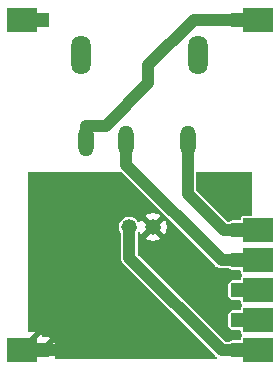
<source format=gbr>
%TF.GenerationSoftware,KiCad,Pcbnew,9.0.1+dfsg-1*%
%TF.CreationDate,2025-05-01T11:06:43+02:00*%
%TF.ProjectId,solar-and-dc-connectors,736f6c61-722d-4616-9e64-2d64632d636f,rev?*%
%TF.SameCoordinates,Original*%
%TF.FileFunction,Copper,L1,Top*%
%TF.FilePolarity,Positive*%
%FSLAX46Y46*%
G04 Gerber Fmt 4.6, Leading zero omitted, Abs format (unit mm)*
G04 Created by KiCad (PCBNEW 9.0.1+dfsg-1) date 2025-05-01 11:06:43*
%MOMM*%
%LPD*%
G01*
G04 APERTURE LIST*
G04 Aperture macros list*
%AMRoundRect*
0 Rectangle with rounded corners*
0 $1 Rounding radius*
0 $2 $3 $4 $5 $6 $7 $8 $9 X,Y pos of 4 corners*
0 Add a 4 corners polygon primitive as box body*
4,1,4,$2,$3,$4,$5,$6,$7,$8,$9,$2,$3,0*
0 Add four circle primitives for the rounded corners*
1,1,$1+$1,$2,$3*
1,1,$1+$1,$4,$5*
1,1,$1+$1,$6,$7*
1,1,$1+$1,$8,$9*
0 Add four rect primitives between the rounded corners*
20,1,$1+$1,$2,$3,$4,$5,0*
20,1,$1+$1,$4,$5,$6,$7,0*
20,1,$1+$1,$6,$7,$8,$9,0*
20,1,$1+$1,$8,$9,$2,$3,0*%
G04 Aperture macros list end*
%TA.AperFunction,ComponentPad*%
%ADD10C,1.320800*%
%TD*%
%TA.AperFunction,CastellatedPad*%
%ADD11R,2.540000X2.000000*%
%TD*%
%TA.AperFunction,ComponentPad*%
%ADD12RoundRect,0.250000X0.375000X0.375000X-0.375000X0.375000X-0.375000X-0.375000X0.375000X-0.375000X0*%
%TD*%
%TA.AperFunction,ComponentPad*%
%ADD13O,1.308000X2.616000*%
%TD*%
%TA.AperFunction,ComponentPad*%
%ADD14O,1.660000X3.320000*%
%TD*%
%TA.AperFunction,ViaPad*%
%ADD15C,0.600000*%
%TD*%
%TA.AperFunction,Conductor*%
%ADD16C,1.000000*%
%TD*%
G04 APERTURE END LIST*
D10*
%TO.P,J1,1,1*%
%TO.N,INTERNAL_SOLAR_+*%
X62484000Y-47879000D03*
%TO.P,J1,2,2*%
%TO.N,GND*%
X64484001Y-47879000D03*
%TD*%
D11*
%TO.P,M1,1*%
%TO.N,unconnected-(M1-Pad1)*%
X53373000Y-30353000D03*
D12*
X55073000Y-30353000D03*
D11*
%TO.P,M1,12,GND*%
%TO.N,GND*%
X53373000Y-58293000D03*
D12*
X55073000Y-58293000D03*
%TO.P,M1,13*%
%TO.N,DIRTY_DC_+*%
X71673000Y-30353000D03*
D11*
X73373000Y-30353000D03*
D12*
%TO.P,M1,20*%
%TO.N,DIRTY_DC_-*%
X71673000Y-48133000D03*
D11*
X73373000Y-48133000D03*
D12*
%TO.P,M1,21*%
%TO.N,DIRTY_DC_-_SENSE*%
X71673000Y-50673000D03*
D11*
X73373000Y-50673000D03*
D12*
%TO.P,M1,22*%
%TO.N,unconnected-(M1-Pad22)*%
X71673000Y-53213000D03*
D11*
X73373000Y-53213000D03*
D12*
%TO.P,M1,23*%
%TO.N,unconnected-(M1-Pad23)*%
X71673000Y-55753000D03*
D11*
X73373000Y-55753000D03*
D12*
%TO.P,M1,24*%
%TO.N,INTERNAL_SOLAR_+*%
X71673000Y-58293000D03*
D11*
X73373000Y-58293000D03*
%TD*%
D13*
%TO.P,J2,A*%
%TO.N,DIRTY_DC_+*%
X58820000Y-40574000D03*
%TO.P,J2,B*%
%TO.N,DIRTY_DC_-*%
X67420000Y-40574000D03*
%TO.P,J2,C*%
%TO.N,DIRTY_DC_-_SENSE*%
X62220000Y-40574000D03*
D14*
%TO.P,J2,SH1*%
%TO.N,N/C*%
X68320000Y-33274000D03*
%TO.P,J2,SH2*%
X58420000Y-33274000D03*
%TD*%
D15*
%TO.N,GND*%
X64970000Y-56930000D03*
X62110000Y-52880000D03*
X69800000Y-54190000D03*
X54750000Y-52690000D03*
X54940000Y-44530000D03*
X71170000Y-45000000D03*
X57920000Y-44610000D03*
X67370000Y-50360000D03*
X54860000Y-49110000D03*
X60510000Y-49260000D03*
X54670000Y-55860000D03*
%TD*%
D16*
%TO.N,INTERNAL_SOLAR_+*%
X70293000Y-58293000D02*
X71423000Y-58293000D01*
X62484000Y-50484000D02*
X70293000Y-58293000D01*
X62484000Y-47879000D02*
X62484000Y-50484000D01*
%TO.N,GND*%
X55323000Y-58293000D02*
X58547000Y-58293000D01*
X58547000Y-58293000D02*
X58674000Y-58166000D01*
%TO.N,DIRTY_DC_+*%
X64107000Y-35715000D02*
X64107000Y-34183000D01*
X64107000Y-34183000D02*
X67937000Y-30353000D01*
X60518000Y-39304000D02*
X64107000Y-35715000D01*
X58820000Y-39304000D02*
X60518000Y-39304000D01*
X67937000Y-30353000D02*
X71423000Y-30353000D01*
X58820000Y-40574000D02*
X58820000Y-39304000D01*
%TO.N,DIRTY_DC_-*%
X70503000Y-48133000D02*
X71423000Y-48133000D01*
X67420000Y-40574000D02*
X67420000Y-45050000D01*
X67420000Y-45050000D02*
X70503000Y-48133000D01*
%TO.N,DIRTY_DC_-_SENSE*%
X70293000Y-50673000D02*
X71423000Y-50673000D01*
X62220000Y-40574000D02*
X62220000Y-42600000D01*
X62220000Y-42600000D02*
X70293000Y-50673000D01*
%TD*%
%TA.AperFunction,Conductor*%
%TO.N,GND*%
G36*
X61825020Y-43199685D02*
G01*
X61845662Y-43216319D01*
X69846453Y-51217111D01*
X69846454Y-51217112D01*
X69961192Y-51293777D01*
X70088667Y-51346578D01*
X70088672Y-51346580D01*
X70088676Y-51346580D01*
X70088677Y-51346581D01*
X70224003Y-51373500D01*
X70224006Y-51373500D01*
X70224007Y-51373500D01*
X70939587Y-51373500D01*
X71006626Y-51393185D01*
X71013201Y-51397716D01*
X71085118Y-51450793D01*
X71127845Y-51465744D01*
X71213299Y-51495646D01*
X71243730Y-51498500D01*
X71243734Y-51498500D01*
X71778500Y-51498500D01*
X71845539Y-51518185D01*
X71891294Y-51570989D01*
X71902500Y-51622500D01*
X71902500Y-51692752D01*
X71914131Y-51751229D01*
X71914132Y-51751230D01*
X71958447Y-51817552D01*
X71991890Y-51839898D01*
X72036695Y-51893511D01*
X72045402Y-51962836D01*
X72015247Y-52025863D01*
X71991890Y-52046102D01*
X71958447Y-52068447D01*
X71914132Y-52134769D01*
X71914131Y-52134770D01*
X71902500Y-52193247D01*
X71902500Y-52263500D01*
X71882815Y-52330539D01*
X71830011Y-52376294D01*
X71778500Y-52387500D01*
X71243730Y-52387500D01*
X71213300Y-52390353D01*
X71213298Y-52390353D01*
X71085119Y-52435206D01*
X71085117Y-52435207D01*
X70975850Y-52515850D01*
X70895207Y-52625117D01*
X70895206Y-52625119D01*
X70850353Y-52753298D01*
X70850353Y-52753300D01*
X70847500Y-52783730D01*
X70847500Y-53642269D01*
X70850353Y-53672699D01*
X70850353Y-53672701D01*
X70895206Y-53800880D01*
X70895207Y-53800882D01*
X70975850Y-53910150D01*
X71085118Y-53990793D01*
X71127845Y-54005744D01*
X71213299Y-54035646D01*
X71243730Y-54038500D01*
X71243734Y-54038500D01*
X71778500Y-54038500D01*
X71845539Y-54058185D01*
X71891294Y-54110989D01*
X71902500Y-54162500D01*
X71902500Y-54232752D01*
X71914131Y-54291229D01*
X71914132Y-54291230D01*
X71958447Y-54357552D01*
X71991890Y-54379898D01*
X72036695Y-54433511D01*
X72045402Y-54502836D01*
X72015247Y-54565863D01*
X71991890Y-54586102D01*
X71958447Y-54608447D01*
X71914132Y-54674769D01*
X71914131Y-54674770D01*
X71902500Y-54733247D01*
X71902500Y-54803500D01*
X71882815Y-54870539D01*
X71830011Y-54916294D01*
X71778500Y-54927500D01*
X71243730Y-54927500D01*
X71213300Y-54930353D01*
X71213298Y-54930353D01*
X71085119Y-54975206D01*
X71085117Y-54975207D01*
X70975850Y-55055850D01*
X70895207Y-55165117D01*
X70895206Y-55165119D01*
X70850353Y-55293298D01*
X70850353Y-55293300D01*
X70847500Y-55323730D01*
X70847500Y-56182269D01*
X70850353Y-56212699D01*
X70850353Y-56212701D01*
X70895206Y-56340880D01*
X70895207Y-56340882D01*
X70975850Y-56450150D01*
X71085118Y-56530793D01*
X71127845Y-56545744D01*
X71213299Y-56575646D01*
X71243730Y-56578500D01*
X71243734Y-56578500D01*
X71778500Y-56578500D01*
X71845539Y-56598185D01*
X71891294Y-56650989D01*
X71902500Y-56702500D01*
X71902500Y-56772752D01*
X71914131Y-56831229D01*
X71914132Y-56831230D01*
X71958447Y-56897552D01*
X71991890Y-56919898D01*
X72036695Y-56973511D01*
X72045402Y-57042836D01*
X72015247Y-57105863D01*
X71991890Y-57126102D01*
X71958447Y-57148447D01*
X71914132Y-57214769D01*
X71914131Y-57214770D01*
X71902500Y-57273247D01*
X71902500Y-57343500D01*
X71882815Y-57410539D01*
X71830011Y-57456294D01*
X71778500Y-57467500D01*
X71243730Y-57467500D01*
X71213300Y-57470353D01*
X71213298Y-57470353D01*
X71085119Y-57515206D01*
X71085117Y-57515207D01*
X71053791Y-57538326D01*
X71013218Y-57568270D01*
X70947592Y-57592241D01*
X70939587Y-57592500D01*
X70634519Y-57592500D01*
X70567480Y-57572815D01*
X70546838Y-57556181D01*
X63220819Y-50230162D01*
X63187334Y-50168839D01*
X63184500Y-50142481D01*
X63184500Y-48417822D01*
X63189826Y-48399683D01*
X63190162Y-48380780D01*
X63203666Y-48352547D01*
X63204185Y-48350783D01*
X63205392Y-48348941D01*
X63210230Y-48341699D01*
X63263838Y-48296889D01*
X63333162Y-48288175D01*
X63396192Y-48318324D01*
X63423823Y-48354285D01*
X63491536Y-48487178D01*
X63504468Y-48504978D01*
X64077601Y-47931845D01*
X64077601Y-47932504D01*
X64105296Y-48035865D01*
X64158800Y-48128536D01*
X64234465Y-48204201D01*
X64327136Y-48257705D01*
X64430497Y-48285400D01*
X64431154Y-48285400D01*
X63858020Y-48858531D01*
X63875818Y-48871462D01*
X64038557Y-48954383D01*
X64212272Y-49010827D01*
X64392671Y-49039400D01*
X64575331Y-49039400D01*
X64755729Y-49010827D01*
X64929444Y-48954383D01*
X65092179Y-48871465D01*
X65109980Y-48858531D01*
X64536849Y-48285400D01*
X64537505Y-48285400D01*
X64640866Y-48257705D01*
X64733537Y-48204201D01*
X64809202Y-48128536D01*
X64862706Y-48035865D01*
X64890401Y-47932504D01*
X64890401Y-47931847D01*
X65463532Y-48504978D01*
X65476466Y-48487178D01*
X65559384Y-48324443D01*
X65615828Y-48150728D01*
X65644401Y-47970330D01*
X65644401Y-47787669D01*
X65615828Y-47607271D01*
X65559384Y-47433556D01*
X65476463Y-47270817D01*
X65463532Y-47253020D01*
X65463532Y-47253019D01*
X64890401Y-47826151D01*
X64890401Y-47825496D01*
X64862706Y-47722135D01*
X64809202Y-47629464D01*
X64733537Y-47553799D01*
X64640866Y-47500295D01*
X64537505Y-47472600D01*
X64536848Y-47472600D01*
X65109979Y-46899467D01*
X65092179Y-46886535D01*
X64929444Y-46803616D01*
X64755729Y-46747172D01*
X64575331Y-46718600D01*
X64392671Y-46718600D01*
X64212272Y-46747172D01*
X64038557Y-46803616D01*
X63875814Y-46886539D01*
X63875809Y-46886543D01*
X63858021Y-46899465D01*
X63858021Y-46899468D01*
X64431155Y-47472600D01*
X64430497Y-47472600D01*
X64327136Y-47500295D01*
X64234465Y-47553799D01*
X64158800Y-47629464D01*
X64105296Y-47722135D01*
X64077601Y-47825496D01*
X64077601Y-47826152D01*
X63504469Y-47253020D01*
X63504466Y-47253020D01*
X63491544Y-47270808D01*
X63491537Y-47270819D01*
X63423822Y-47403714D01*
X63375847Y-47454510D01*
X63308026Y-47471304D01*
X63241891Y-47448766D01*
X63210236Y-47416309D01*
X63152705Y-47330207D01*
X63032795Y-47210297D01*
X63032791Y-47210294D01*
X62891795Y-47116083D01*
X62891785Y-47116078D01*
X62759508Y-47061287D01*
X62759506Y-47061286D01*
X62735121Y-47051185D01*
X62735117Y-47051183D01*
X62735115Y-47051183D01*
X62735111Y-47051182D01*
X62735107Y-47051181D01*
X62568795Y-47018100D01*
X62568791Y-47018100D01*
X62399209Y-47018100D01*
X62399204Y-47018100D01*
X62232892Y-47051181D01*
X62232882Y-47051184D01*
X62076214Y-47116078D01*
X62076204Y-47116083D01*
X61935208Y-47210294D01*
X61935204Y-47210297D01*
X61815297Y-47330204D01*
X61815294Y-47330208D01*
X61721083Y-47471204D01*
X61721078Y-47471214D01*
X61656184Y-47627882D01*
X61656181Y-47627892D01*
X61623100Y-47794204D01*
X61623100Y-47963795D01*
X61656181Y-48130107D01*
X61656184Y-48130117D01*
X61721078Y-48286785D01*
X61721083Y-48286794D01*
X61762602Y-48348931D01*
X61783480Y-48415608D01*
X61783500Y-48417822D01*
X61783500Y-50415006D01*
X61783500Y-50552994D01*
X61783500Y-50552996D01*
X61783499Y-50552996D01*
X61810418Y-50688322D01*
X61810421Y-50688332D01*
X61863222Y-50815807D01*
X61939887Y-50930545D01*
X69846453Y-58837111D01*
X69851165Y-58840978D01*
X69849871Y-58842554D01*
X69888696Y-58889017D01*
X69897399Y-58958343D01*
X69867240Y-59021368D01*
X69807795Y-59058084D01*
X69774997Y-59062500D01*
X56279100Y-59062500D01*
X56212061Y-59042815D01*
X56166306Y-58990011D01*
X56156362Y-58920853D01*
X56161394Y-58899496D01*
X56187505Y-58820697D01*
X56187506Y-58820690D01*
X56197999Y-58717986D01*
X56197999Y-57868028D01*
X56197998Y-57868012D01*
X56187505Y-57765302D01*
X56132357Y-57598875D01*
X56127900Y-57591650D01*
X55448000Y-58271550D01*
X55448000Y-58243630D01*
X55422444Y-58148255D01*
X55373075Y-58062745D01*
X55303255Y-57992925D01*
X55217745Y-57943556D01*
X55122370Y-57918000D01*
X55094446Y-57918000D01*
X55774347Y-57238099D01*
X55767124Y-57233643D01*
X55767119Y-57233641D01*
X55600697Y-57178494D01*
X55600690Y-57178493D01*
X55497986Y-57168000D01*
X55216120Y-57168000D01*
X55149081Y-57148315D01*
X55103326Y-57095511D01*
X55099938Y-57087333D01*
X55086354Y-57050913D01*
X55086353Y-57050912D01*
X55035957Y-56983592D01*
X54205105Y-57814445D01*
X54101097Y-57710437D01*
X53978258Y-57628359D01*
X53873500Y-57584966D01*
X53873500Y-57490310D01*
X53893185Y-57423271D01*
X53909819Y-57402629D01*
X54519448Y-56793000D01*
X53997500Y-56793000D01*
X53930461Y-56773315D01*
X53884706Y-56720511D01*
X53873500Y-56669000D01*
X53873500Y-43304000D01*
X53893185Y-43236961D01*
X53945989Y-43191206D01*
X53997500Y-43180000D01*
X61757981Y-43180000D01*
X61825020Y-43199685D01*
G37*
%TD.AperFunction*%
%TA.AperFunction,Conductor*%
G36*
X72815539Y-43199685D02*
G01*
X72861294Y-43252489D01*
X72872500Y-43304000D01*
X72872500Y-46808500D01*
X72852815Y-46875539D01*
X72800011Y-46921294D01*
X72748500Y-46932500D01*
X72083247Y-46932500D01*
X72024770Y-46944131D01*
X72024769Y-46944132D01*
X71958447Y-46988447D01*
X71914132Y-47054769D01*
X71914131Y-47054770D01*
X71902500Y-47113247D01*
X71902500Y-47183500D01*
X71882815Y-47250539D01*
X71830011Y-47296294D01*
X71778500Y-47307500D01*
X71243730Y-47307500D01*
X71213300Y-47310353D01*
X71213298Y-47310353D01*
X71085119Y-47355206D01*
X71085117Y-47355207D01*
X71053791Y-47378326D01*
X71013218Y-47408270D01*
X70992806Y-47415726D01*
X70974522Y-47427477D01*
X70951619Y-47430769D01*
X70947592Y-47432241D01*
X70939587Y-47432500D01*
X70844518Y-47432500D01*
X70777479Y-47412815D01*
X70756837Y-47396181D01*
X68156819Y-44796162D01*
X68123334Y-44734839D01*
X68120500Y-44708481D01*
X68120500Y-43304000D01*
X68140185Y-43236961D01*
X68192989Y-43191206D01*
X68244500Y-43180000D01*
X72748500Y-43180000D01*
X72815539Y-43199685D01*
G37*
%TD.AperFunction*%
%TD*%
M02*

</source>
